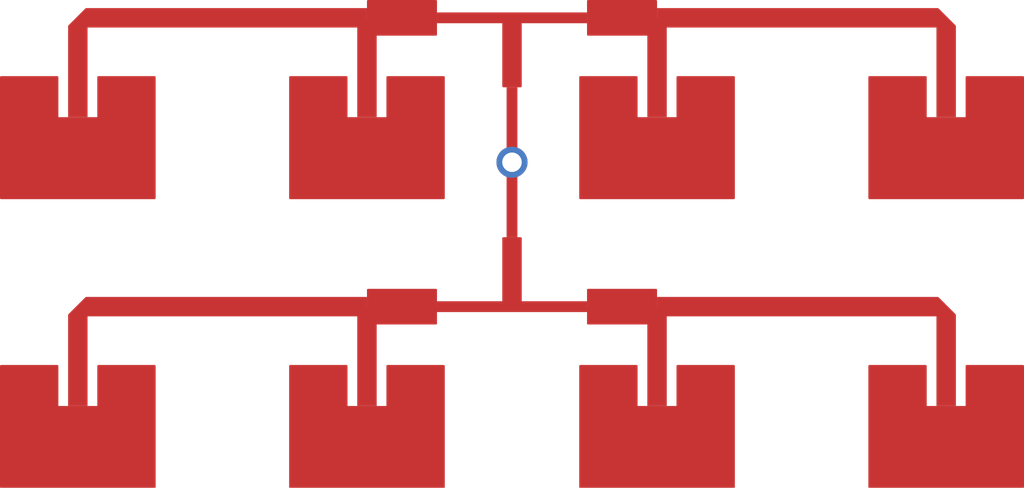
<source format=kicad_pcb>
(kicad_pcb (version 20221018) (generator pcbnew)
  (layers (0 "F.Cu" signal) (31 "B.Cu" signal) (44 "Edge.Cuts" user))
  (net 0 "")
  (net 1 "Antennas")
  (footprint "X0" (layer "F.Cu") (at 0 0)
    (fp_text reference "" (at 0 0) (layer "F.SilkS") (effects (font (size 1.27 1.27))))
    (fp_text value "" (at 0 0) (layer "F.SilkS") (effects (font (size 1.27 1.27))))
    (pad "1" thru_hole circle (at 0 0) (size 0.8 0.8) (drill 0.5) (layers "F.Cu") (net 1 "Antennas"))
  )
  (zone (net 1) (net_name "Antennas") (layer "F.Cu") (connect_pads (clearance 0.3)) (min_thickness 0.05) (fill yes (thermal_gap 0.3) (thermal_bridge_width 0.25))
    (polygon (pts (xy 0 3.854) (xy 1.9278 3.854) (xy 1.9278 3.576) (xy 0 3.576)))
  )
  (zone (net 1) (net_name "Antennas") (layer "F.Cu") (connect_pads (clearance 0.3)) (min_thickness 0.05) (fill yes (thermal_gap 0.3) (thermal_bridge_width 0.25))
    (polygon (pts (xy 3.7273 3.965) (xy 10.9072 3.965) (xy 10.9072 6.27) (xy 11.4073 6.27) (xy 11.4073 3.9175) (xy 10.9548 3.465) (xy 3.7273 3.465)))
  )
  (zone (net 1) (net_name "Antennas") (layer "F.Cu") (connect_pads (clearance 0.3)) (min_thickness 0.05) (fill yes (thermal_gap 0.3) (thermal_bridge_width 0.25))
    (polygon (pts (xy 0 -3.854) (xy -1.9278 -3.854) (xy -1.9278 -3.576) (xy 0 -3.576)))
  )
  (zone (net 1) (net_name "Antennas") (layer "F.Cu") (connect_pads (clearance 0.3)) (min_thickness 0.05) (fill yes (thermal_gap 0.3) (thermal_bridge_width 0.25))
    (polygon (pts (xy -1.9278 -4.1735) (xy -3.7273 -4.1735) (xy -3.7273 -3.2565) (xy -1.9278 -3.2565)))
  )
  (zone (net 1) (net_name "Antennas") (layer "F.Cu") (connect_pads (clearance 0.3)) (min_thickness 0.05) (fill yes (thermal_gap 0.3) (thermal_bridge_width 0.25))
    (polygon (pts (xy 9.1573 5.215) (xy 9.1573 8.38) (xy 13.1573 8.38) (xy 13.1573 5.215) (xy 11.6573 5.215) (xy 11.6573 6.27) (xy 10.6572 6.27) (xy 10.6572 5.215)))
  )
  (zone (net 1) (net_name "Antennas") (layer "F.Cu") (connect_pads (clearance 0.3)) (min_thickness 0.05) (fill yes (thermal_gap 0.3) (thermal_bridge_width 0.25))
    (polygon (pts (xy 0 3.576) (xy -1.9278 3.576) (xy -1.9278 3.854) (xy 0 3.854)))
  )
  (zone (net 1) (net_name "Antennas") (layer "F.Cu") (connect_pads (clearance 0.3)) (min_thickness 0.05) (fill yes (thermal_gap 0.3) (thermal_bridge_width 0.25))
    (polygon (pts (xy -1.9278 3.2565) (xy -3.7273 3.2565) (xy -3.7273 4.1735) (xy -1.9278 4.1735)))
  )
  (zone (net 1) (net_name "Antennas") (layer "F.Cu") (connect_pads (clearance 0.3)) (min_thickness 0.05) (fill yes (thermal_gap 0.3) (thermal_bridge_width 0.25))
    (polygon (pts (xy 1.7272 5.215) (xy 1.7272 8.38) (xy 5.7272 8.38) (xy 5.7272 5.215) (xy 4.2272 5.215) (xy 4.2272 6.27) (xy 3.2273 6.27) (xy 3.2273 5.215)))
  )
  (zone (net 1) (net_name "Antennas") (layer "F.Cu") (connect_pads (clearance 0.3)) (min_thickness 0.05) (fill yes (thermal_gap 0.3) (thermal_bridge_width 0.25))
    (polygon (pts (xy 1.9278 4.1735) (xy 3.7273 4.1735) (xy 3.7273 3.2565) (xy 1.9278 3.2565)))
  )
  (zone (net 1) (net_name "Antennas") (layer "F.Cu") (connect_pads (clearance 0.3)) (min_thickness 0.05) (fill yes (thermal_gap 0.3) (thermal_bridge_width 0.25))
    (polygon (pts (xy 1.7272 -2.215) (xy 1.7272 0.95) (xy 5.7272 0.95) (xy 5.7272 -2.215) (xy 4.2272 -2.215) (xy 4.2272 -1.16) (xy 3.2273 -1.16) (xy 3.2273 -2.215)))
  )
  (zone (net 1) (net_name "Antennas") (layer "F.Cu") (connect_pads (clearance 0.3)) (min_thickness 0.05) (fill yes (thermal_gap 0.3) (thermal_bridge_width 0.25))
    (polygon (pts (xy 1.9278 -3.2565) (xy 3.7273 -3.2565) (xy 3.7273 -4.1735) (xy 1.9278 -4.1735)))
  )
  (zone (net 1) (net_name "Antennas") (layer "F.Cu") (connect_pads (clearance 0.3)) (min_thickness 0.05) (fill yes (thermal_gap 0.3) (thermal_bridge_width 0.25))
    (polygon (pts (xy -5.7272 -2.215) (xy -5.7272 0.95) (xy -1.7272 0.95) (xy -1.7272 -2.215) (xy -3.2273 -2.215) (xy -3.2273 -1.16) (xy -4.2272 -1.16) (xy -4.2272 -2.215)))
  )
  (zone (net 1) (net_name "Antennas") (layer "F.Cu") (connect_pads (clearance 0.3)) (min_thickness 0.05) (fill yes (thermal_gap 0.3) (thermal_bridge_width 0.25))
    (polygon (pts (xy -3.7273 -3.965) (xy -10.9548 -3.965) (xy -11.4073 -3.5125) (xy -11.4073 -1.16) (xy -10.9072 -1.16) (xy -10.9072 -3.465) (xy -3.7273 -3.465)))
  )
  (zone (net 1) (net_name "Antennas") (layer "F.Cu") (connect_pads (clearance 0.3)) (min_thickness 0.05) (fill yes (thermal_gap 0.3) (thermal_bridge_width 0.25))
    (polygon (pts (xy 9.1573 -2.215) (xy 9.1573 0.95) (xy 13.1573 0.95) (xy 13.1573 -2.215) (xy 11.6573 -2.215) (xy 11.6573 -1.16) (xy 10.6572 -1.16) (xy 10.6572 -2.215)))
  )
  (zone (net 1) (net_name "Antennas") (layer "F.Cu") (connect_pads (clearance 0.3)) (min_thickness 0.05) (fill yes (thermal_gap 0.3) (thermal_bridge_width 0.25))
    (polygon (pts (xy -3.4773 3.715) (xy -3.4773 6.27) (xy -3.9772 6.27) (xy -3.9772 3.715)))
  )
  (zone (net 1) (net_name "Antennas") (layer "F.Cu") (connect_pads (clearance 0.3)) (min_thickness 0.05) (fill yes (thermal_gap 0.3) (thermal_bridge_width 0.25))
    (polygon (pts (xy 0 -3.576) (xy 1.9278 -3.576) (xy 1.9278 -3.854) (xy 0 -3.854)))
  )
  (zone (net 1) (net_name "Antennas") (layer "F.Cu") (connect_pads (clearance 0.3)) (min_thickness 0.05) (fill yes (thermal_gap 0.3) (thermal_bridge_width 0.25))
    (polygon (pts (xy -0.139 0) (xy -0.139 -1.9278) (xy 0.139 -1.9278) (xy 0.139 0)))
  )
  (zone (net 1) (net_name "Antennas") (layer "F.Cu") (connect_pads (clearance 0.3)) (min_thickness 0.05) (fill yes (thermal_gap 0.3) (thermal_bridge_width 0.25))
    (polygon (pts (xy -13.1573 5.215) (xy -13.1573 8.38) (xy -9.1573 8.38) (xy -9.1573 5.215) (xy -10.6572 5.215) (xy -10.6572 6.27) (xy -11.6573 6.27) (xy -11.6573 5.215)))
  )
  (zone (net 1) (net_name "Antennas") (layer "F.Cu") (connect_pads (clearance 0.3)) (min_thickness 0.05) (fill yes (thermal_gap 0.3) (thermal_bridge_width 0.25))
    (polygon (pts (xy -0.25 -1.9278) (xy -0.25 -3.715) (xy 0.25 -3.715) (xy 0.25 -1.9278)))
  )
  (zone (net 1) (net_name "Antennas") (layer "F.Cu") (connect_pads (clearance 0.3)) (min_thickness 0.05) (fill yes (thermal_gap 0.3) (thermal_bridge_width 0.25))
    (polygon (pts (xy -3.4773 -3.715) (xy -3.4773 -1.16) (xy -3.9772 -1.16) (xy -3.9772 -3.715)))
  )
  (zone (net 1) (net_name "Antennas") (layer "F.Cu") (connect_pads (clearance 0.3)) (min_thickness 0.05) (fill yes (thermal_gap 0.3) (thermal_bridge_width 0.25))
    (polygon (pts (xy -13.1573 -2.215) (xy -13.1573 0.95) (xy -9.1573 0.95) (xy -9.1573 -2.215) (xy -10.6572 -2.215) (xy -10.6572 -1.16) (xy -11.6573 -1.16) (xy -11.6573 -2.215)))
  )
  (zone (net 1) (net_name "Antennas") (layer "F.Cu") (connect_pads (clearance 0.3)) (min_thickness 0.05) (fill yes (thermal_gap 0.3) (thermal_bridge_width 0.25))
    (polygon (pts (xy 3.9772 -3.715) (xy 3.9772 -1.16) (xy 3.4773 -1.16) (xy 3.4773 -3.715)))
  )
  (zone (net 1) (net_name "Antennas") (layer "F.Cu") (connect_pads (clearance 0.3)) (min_thickness 0.05) (fill yes (thermal_gap 0.3) (thermal_bridge_width 0.25))
    (polygon (pts (xy 3.7273 -3.465) (xy 10.9072 -3.465) (xy 10.9072 -1.16) (xy 11.4073 -1.16) (xy 11.4073 -3.5125) (xy 10.9548 -3.965) (xy 3.7273 -3.965)))
  )
  (zone (net 1) (net_name "Antennas") (layer "F.Cu") (connect_pads (clearance 0.3)) (min_thickness 0.05) (fill yes (thermal_gap 0.3) (thermal_bridge_width 0.25))
    (polygon (pts (xy 0.139 0) (xy 0.139 1.9278) (xy -0.139 1.9278) (xy -0.139 0)))
  )
  (zone (net 1) (net_name "Antennas") (layer "F.Cu") (connect_pads (clearance 0.3)) (min_thickness 0.05) (fill yes (thermal_gap 0.3) (thermal_bridge_width 0.25))
    (polygon (pts (xy 0.25 1.9278) (xy 0.25 3.715) (xy -0.25 3.715) (xy -0.25 1.9278)))
  )
  (zone (net 1) (net_name "Antennas") (layer "F.Cu") (connect_pads (clearance 0.3)) (min_thickness 0.05) (fill yes (thermal_gap 0.3) (thermal_bridge_width 0.25))
    (polygon (pts (xy -3.7273 3.465) (xy -10.9548 3.465) (xy -11.4073 3.9175) (xy -11.4073 6.27) (xy -10.9072 6.27) (xy -10.9072 3.965) (xy -3.7273 3.965)))
  )
  (zone (net 1) (net_name "Antennas") (layer "F.Cu") (connect_pads (clearance 0.3)) (min_thickness 0.05) (fill yes (thermal_gap 0.3) (thermal_bridge_width 0.25))
    (polygon (pts (xy -5.7272 5.215) (xy -5.7272 8.38) (xy -1.7272 8.38) (xy -1.7272 5.215) (xy -3.2273 5.215) (xy -3.2273 6.27) (xy -4.2272 6.27) (xy -4.2272 5.215)))
  )
  (zone (net 1) (net_name "Antennas") (layer "F.Cu") (connect_pads (clearance 0.3)) (min_thickness 0.05) (fill yes (thermal_gap 0.3) (thermal_bridge_width 0.25))
    (polygon (pts (xy 3.9772 3.715) (xy 3.9772 6.27) (xy 3.4773 6.27) (xy 3.4773 3.715)))
  )
)
</source>
